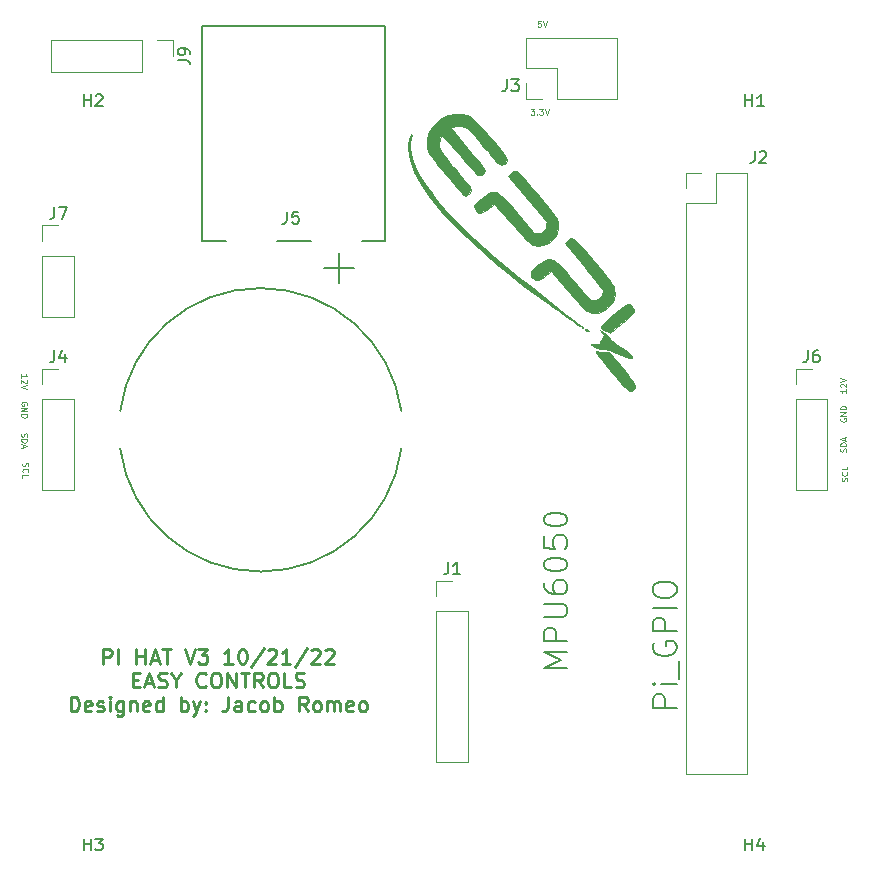
<source format=gbr>
%TF.GenerationSoftware,KiCad,Pcbnew,6.0.8-f2edbf62ab~116~ubuntu22.04.1*%
%TF.CreationDate,2022-11-20T23:03:40-05:00*%
%TF.ProjectId,Pi_HAT_V3,50695f48-4154-45f5-9633-2e6b69636164,rev?*%
%TF.SameCoordinates,Original*%
%TF.FileFunction,Legend,Top*%
%TF.FilePolarity,Positive*%
%FSLAX46Y46*%
G04 Gerber Fmt 4.6, Leading zero omitted, Abs format (unit mm)*
G04 Created by KiCad (PCBNEW 6.0.8-f2edbf62ab~116~ubuntu22.04.1) date 2022-11-20 23:03:40*
%MOMM*%
%LPD*%
G01*
G04 APERTURE LIST*
%ADD10C,0.150000*%
%ADD11C,0.100000*%
%ADD12C,0.250000*%
%ADD13C,0.127000*%
%ADD14C,0.010000*%
%ADD15C,0.120000*%
G04 APERTURE END LIST*
D10*
X139654761Y-120023809D02*
X137654761Y-120023809D01*
X139083333Y-119357142D01*
X137654761Y-118690476D01*
X139654761Y-118690476D01*
X139654761Y-117738095D02*
X137654761Y-117738095D01*
X137654761Y-116976190D01*
X137750000Y-116785714D01*
X137845238Y-116690476D01*
X138035714Y-116595238D01*
X138321428Y-116595238D01*
X138511904Y-116690476D01*
X138607142Y-116785714D01*
X138702380Y-116976190D01*
X138702380Y-117738095D01*
X137654761Y-115738095D02*
X139273809Y-115738095D01*
X139464285Y-115642857D01*
X139559523Y-115547619D01*
X139654761Y-115357142D01*
X139654761Y-114976190D01*
X139559523Y-114785714D01*
X139464285Y-114690476D01*
X139273809Y-114595238D01*
X137654761Y-114595238D01*
X137654761Y-112785714D02*
X137654761Y-113166666D01*
X137750000Y-113357142D01*
X137845238Y-113452380D01*
X138130952Y-113642857D01*
X138511904Y-113738095D01*
X139273809Y-113738095D01*
X139464285Y-113642857D01*
X139559523Y-113547619D01*
X139654761Y-113357142D01*
X139654761Y-112976190D01*
X139559523Y-112785714D01*
X139464285Y-112690476D01*
X139273809Y-112595238D01*
X138797619Y-112595238D01*
X138607142Y-112690476D01*
X138511904Y-112785714D01*
X138416666Y-112976190D01*
X138416666Y-113357142D01*
X138511904Y-113547619D01*
X138607142Y-113642857D01*
X138797619Y-113738095D01*
X137654761Y-111357142D02*
X137654761Y-111166666D01*
X137750000Y-110976190D01*
X137845238Y-110880952D01*
X138035714Y-110785714D01*
X138416666Y-110690476D01*
X138892857Y-110690476D01*
X139273809Y-110785714D01*
X139464285Y-110880952D01*
X139559523Y-110976190D01*
X139654761Y-111166666D01*
X139654761Y-111357142D01*
X139559523Y-111547619D01*
X139464285Y-111642857D01*
X139273809Y-111738095D01*
X138892857Y-111833333D01*
X138416666Y-111833333D01*
X138035714Y-111738095D01*
X137845238Y-111642857D01*
X137750000Y-111547619D01*
X137654761Y-111357142D01*
X137654761Y-108880952D02*
X137654761Y-109833333D01*
X138607142Y-109928571D01*
X138511904Y-109833333D01*
X138416666Y-109642857D01*
X138416666Y-109166666D01*
X138511904Y-108976190D01*
X138607142Y-108880952D01*
X138797619Y-108785714D01*
X139273809Y-108785714D01*
X139464285Y-108880952D01*
X139559523Y-108976190D01*
X139654761Y-109166666D01*
X139654761Y-109642857D01*
X139559523Y-109833333D01*
X139464285Y-109928571D01*
X137654761Y-107547619D02*
X137654761Y-107357142D01*
X137750000Y-107166666D01*
X137845238Y-107071428D01*
X138035714Y-106976190D01*
X138416666Y-106880952D01*
X138892857Y-106880952D01*
X139273809Y-106976190D01*
X139464285Y-107071428D01*
X139559523Y-107166666D01*
X139654761Y-107357142D01*
X139654761Y-107547619D01*
X139559523Y-107738095D01*
X139464285Y-107833333D01*
X139273809Y-107928571D01*
X138892857Y-108023809D01*
X138416666Y-108023809D01*
X138035714Y-107928571D01*
X137845238Y-107833333D01*
X137750000Y-107738095D01*
X137654761Y-107547619D01*
D11*
X136561904Y-72676190D02*
X136871428Y-72676190D01*
X136704761Y-72866666D01*
X136776190Y-72866666D01*
X136823809Y-72890476D01*
X136847619Y-72914285D01*
X136871428Y-72961904D01*
X136871428Y-73080952D01*
X136847619Y-73128571D01*
X136823809Y-73152380D01*
X136776190Y-73176190D01*
X136633333Y-73176190D01*
X136585714Y-73152380D01*
X136561904Y-73128571D01*
X137085714Y-73128571D02*
X137109523Y-73152380D01*
X137085714Y-73176190D01*
X137061904Y-73152380D01*
X137085714Y-73128571D01*
X137085714Y-73176190D01*
X137276190Y-72676190D02*
X137585714Y-72676190D01*
X137419047Y-72866666D01*
X137490476Y-72866666D01*
X137538095Y-72890476D01*
X137561904Y-72914285D01*
X137585714Y-72961904D01*
X137585714Y-73080952D01*
X137561904Y-73128571D01*
X137538095Y-73152380D01*
X137490476Y-73176190D01*
X137347619Y-73176190D01*
X137300000Y-73152380D01*
X137276190Y-73128571D01*
X137728571Y-72676190D02*
X137895238Y-73176190D01*
X138061904Y-72676190D01*
X137404761Y-65226190D02*
X137166666Y-65226190D01*
X137142857Y-65464285D01*
X137166666Y-65440476D01*
X137214285Y-65416666D01*
X137333333Y-65416666D01*
X137380952Y-65440476D01*
X137404761Y-65464285D01*
X137428571Y-65511904D01*
X137428571Y-65630952D01*
X137404761Y-65678571D01*
X137380952Y-65702380D01*
X137333333Y-65726190D01*
X137214285Y-65726190D01*
X137166666Y-65702380D01*
X137142857Y-65678571D01*
X137571428Y-65226190D02*
X137738095Y-65726190D01*
X137904761Y-65226190D01*
X163352380Y-104195238D02*
X163376190Y-104123809D01*
X163376190Y-104004761D01*
X163352380Y-103957142D01*
X163328571Y-103933333D01*
X163280952Y-103909523D01*
X163233333Y-103909523D01*
X163185714Y-103933333D01*
X163161904Y-103957142D01*
X163138095Y-104004761D01*
X163114285Y-104100000D01*
X163090476Y-104147619D01*
X163066666Y-104171428D01*
X163019047Y-104195238D01*
X162971428Y-104195238D01*
X162923809Y-104171428D01*
X162900000Y-104147619D01*
X162876190Y-104100000D01*
X162876190Y-103980952D01*
X162900000Y-103909523D01*
X163328571Y-103409523D02*
X163352380Y-103433333D01*
X163376190Y-103504761D01*
X163376190Y-103552380D01*
X163352380Y-103623809D01*
X163304761Y-103671428D01*
X163257142Y-103695238D01*
X163161904Y-103719047D01*
X163090476Y-103719047D01*
X162995238Y-103695238D01*
X162947619Y-103671428D01*
X162900000Y-103623809D01*
X162876190Y-103552380D01*
X162876190Y-103504761D01*
X162900000Y-103433333D01*
X162923809Y-103409523D01*
X163376190Y-102957142D02*
X163376190Y-103195238D01*
X162876190Y-103195238D01*
X93900000Y-97769047D02*
X93923809Y-97721428D01*
X93923809Y-97650000D01*
X93900000Y-97578571D01*
X93852380Y-97530952D01*
X93804761Y-97507142D01*
X93709523Y-97483333D01*
X93638095Y-97483333D01*
X93542857Y-97507142D01*
X93495238Y-97530952D01*
X93447619Y-97578571D01*
X93423809Y-97650000D01*
X93423809Y-97697619D01*
X93447619Y-97769047D01*
X93471428Y-97792857D01*
X93638095Y-97792857D01*
X93638095Y-97697619D01*
X93423809Y-98007142D02*
X93923809Y-98007142D01*
X93423809Y-98292857D01*
X93923809Y-98292857D01*
X93423809Y-98530952D02*
X93923809Y-98530952D01*
X93923809Y-98650000D01*
X93900000Y-98721428D01*
X93852380Y-98769047D01*
X93804761Y-98792857D01*
X93709523Y-98816666D01*
X93638095Y-98816666D01*
X93542857Y-98792857D01*
X93495238Y-98769047D01*
X93447619Y-98721428D01*
X93423809Y-98650000D01*
X93423809Y-98530952D01*
X163252380Y-101707142D02*
X163276190Y-101635714D01*
X163276190Y-101516666D01*
X163252380Y-101469047D01*
X163228571Y-101445238D01*
X163180952Y-101421428D01*
X163133333Y-101421428D01*
X163085714Y-101445238D01*
X163061904Y-101469047D01*
X163038095Y-101516666D01*
X163014285Y-101611904D01*
X162990476Y-101659523D01*
X162966666Y-101683333D01*
X162919047Y-101707142D01*
X162871428Y-101707142D01*
X162823809Y-101683333D01*
X162800000Y-101659523D01*
X162776190Y-101611904D01*
X162776190Y-101492857D01*
X162800000Y-101421428D01*
X163276190Y-101207142D02*
X162776190Y-101207142D01*
X162776190Y-101088095D01*
X162800000Y-101016666D01*
X162847619Y-100969047D01*
X162895238Y-100945238D01*
X162990476Y-100921428D01*
X163061904Y-100921428D01*
X163157142Y-100945238D01*
X163204761Y-100969047D01*
X163252380Y-101016666D01*
X163276190Y-101088095D01*
X163276190Y-101207142D01*
X163133333Y-100730952D02*
X163133333Y-100492857D01*
X163276190Y-100778571D02*
X162776190Y-100611904D01*
X163276190Y-100445238D01*
X93423809Y-95440476D02*
X93423809Y-95154761D01*
X93423809Y-95297619D02*
X93923809Y-95297619D01*
X93852380Y-95250000D01*
X93804761Y-95202380D01*
X93780952Y-95154761D01*
X93876190Y-95630952D02*
X93900000Y-95654761D01*
X93923809Y-95702380D01*
X93923809Y-95821428D01*
X93900000Y-95869047D01*
X93876190Y-95892857D01*
X93828571Y-95916666D01*
X93780952Y-95916666D01*
X93709523Y-95892857D01*
X93423809Y-95607142D01*
X93423809Y-95916666D01*
X93923809Y-96059523D02*
X93423809Y-96226190D01*
X93923809Y-96392857D01*
X93447619Y-100142857D02*
X93423809Y-100214285D01*
X93423809Y-100333333D01*
X93447619Y-100380952D01*
X93471428Y-100404761D01*
X93519047Y-100428571D01*
X93566666Y-100428571D01*
X93614285Y-100404761D01*
X93638095Y-100380952D01*
X93661904Y-100333333D01*
X93685714Y-100238095D01*
X93709523Y-100190476D01*
X93733333Y-100166666D01*
X93780952Y-100142857D01*
X93828571Y-100142857D01*
X93876190Y-100166666D01*
X93900000Y-100190476D01*
X93923809Y-100238095D01*
X93923809Y-100357142D01*
X93900000Y-100428571D01*
X93423809Y-100642857D02*
X93923809Y-100642857D01*
X93923809Y-100761904D01*
X93900000Y-100833333D01*
X93852380Y-100880952D01*
X93804761Y-100904761D01*
X93709523Y-100928571D01*
X93638095Y-100928571D01*
X93542857Y-100904761D01*
X93495238Y-100880952D01*
X93447619Y-100833333D01*
X93423809Y-100761904D01*
X93423809Y-100642857D01*
X93566666Y-101119047D02*
X93566666Y-101357142D01*
X93423809Y-101071428D02*
X93923809Y-101238095D01*
X93423809Y-101404761D01*
X93547619Y-102654761D02*
X93523809Y-102726190D01*
X93523809Y-102845238D01*
X93547619Y-102892857D01*
X93571428Y-102916666D01*
X93619047Y-102940476D01*
X93666666Y-102940476D01*
X93714285Y-102916666D01*
X93738095Y-102892857D01*
X93761904Y-102845238D01*
X93785714Y-102750000D01*
X93809523Y-102702380D01*
X93833333Y-102678571D01*
X93880952Y-102654761D01*
X93928571Y-102654761D01*
X93976190Y-102678571D01*
X94000000Y-102702380D01*
X94023809Y-102750000D01*
X94023809Y-102869047D01*
X94000000Y-102940476D01*
X93571428Y-103440476D02*
X93547619Y-103416666D01*
X93523809Y-103345238D01*
X93523809Y-103297619D01*
X93547619Y-103226190D01*
X93595238Y-103178571D01*
X93642857Y-103154761D01*
X93738095Y-103130952D01*
X93809523Y-103130952D01*
X93904761Y-103154761D01*
X93952380Y-103178571D01*
X94000000Y-103226190D01*
X94023809Y-103297619D01*
X94023809Y-103345238D01*
X94000000Y-103416666D01*
X93976190Y-103440476D01*
X93523809Y-103892857D02*
X93523809Y-103654761D01*
X94023809Y-103654761D01*
X162800000Y-98880952D02*
X162776190Y-98928571D01*
X162776190Y-99000000D01*
X162800000Y-99071428D01*
X162847619Y-99119047D01*
X162895238Y-99142857D01*
X162990476Y-99166666D01*
X163061904Y-99166666D01*
X163157142Y-99142857D01*
X163204761Y-99119047D01*
X163252380Y-99071428D01*
X163276190Y-99000000D01*
X163276190Y-98952380D01*
X163252380Y-98880952D01*
X163228571Y-98857142D01*
X163061904Y-98857142D01*
X163061904Y-98952380D01*
X163276190Y-98642857D02*
X162776190Y-98642857D01*
X163276190Y-98357142D01*
X162776190Y-98357142D01*
X163276190Y-98119047D02*
X162776190Y-98119047D01*
X162776190Y-98000000D01*
X162800000Y-97928571D01*
X162847619Y-97880952D01*
X162895238Y-97857142D01*
X162990476Y-97833333D01*
X163061904Y-97833333D01*
X163157142Y-97857142D01*
X163204761Y-97880952D01*
X163252380Y-97928571D01*
X163276190Y-98000000D01*
X163276190Y-98119047D01*
X163276190Y-96409523D02*
X163276190Y-96695238D01*
X163276190Y-96552380D02*
X162776190Y-96552380D01*
X162847619Y-96600000D01*
X162895238Y-96647619D01*
X162919047Y-96695238D01*
X162823809Y-96219047D02*
X162800000Y-96195238D01*
X162776190Y-96147619D01*
X162776190Y-96028571D01*
X162800000Y-95980952D01*
X162823809Y-95957142D01*
X162871428Y-95933333D01*
X162919047Y-95933333D01*
X162990476Y-95957142D01*
X163276190Y-96242857D01*
X163276190Y-95933333D01*
X162776190Y-95790476D02*
X163276190Y-95623809D01*
X162776190Y-95457142D01*
D12*
X100367857Y-119652976D02*
X100367857Y-118402976D01*
X100844047Y-118402976D01*
X100963095Y-118462500D01*
X101022619Y-118522023D01*
X101082142Y-118641071D01*
X101082142Y-118819642D01*
X101022619Y-118938690D01*
X100963095Y-118998214D01*
X100844047Y-119057738D01*
X100367857Y-119057738D01*
X101617857Y-119652976D02*
X101617857Y-118402976D01*
X103165476Y-119652976D02*
X103165476Y-118402976D01*
X103165476Y-118998214D02*
X103879761Y-118998214D01*
X103879761Y-119652976D02*
X103879761Y-118402976D01*
X104415476Y-119295833D02*
X105010714Y-119295833D01*
X104296428Y-119652976D02*
X104713095Y-118402976D01*
X105129761Y-119652976D01*
X105367857Y-118402976D02*
X106082142Y-118402976D01*
X105725000Y-119652976D02*
X105725000Y-118402976D01*
X107272619Y-118402976D02*
X107689285Y-119652976D01*
X108105952Y-118402976D01*
X108403571Y-118402976D02*
X109177380Y-118402976D01*
X108760714Y-118879166D01*
X108939285Y-118879166D01*
X109058333Y-118938690D01*
X109117857Y-118998214D01*
X109177380Y-119117261D01*
X109177380Y-119414880D01*
X109117857Y-119533928D01*
X109058333Y-119593452D01*
X108939285Y-119652976D01*
X108582142Y-119652976D01*
X108463095Y-119593452D01*
X108403571Y-119533928D01*
X111320238Y-119652976D02*
X110605952Y-119652976D01*
X110963095Y-119652976D02*
X110963095Y-118402976D01*
X110844047Y-118581547D01*
X110724999Y-118700595D01*
X110605952Y-118760119D01*
X112094047Y-118402976D02*
X112213095Y-118402976D01*
X112332142Y-118462500D01*
X112391666Y-118522023D01*
X112451190Y-118641071D01*
X112510714Y-118879166D01*
X112510714Y-119176785D01*
X112451190Y-119414880D01*
X112391666Y-119533928D01*
X112332142Y-119593452D01*
X112213095Y-119652976D01*
X112094047Y-119652976D01*
X111974999Y-119593452D01*
X111915476Y-119533928D01*
X111855952Y-119414880D01*
X111796428Y-119176785D01*
X111796428Y-118879166D01*
X111855952Y-118641071D01*
X111915476Y-118522023D01*
X111974999Y-118462500D01*
X112094047Y-118402976D01*
X113939285Y-118343452D02*
X112867857Y-119950595D01*
X114296428Y-118522023D02*
X114355952Y-118462500D01*
X114474999Y-118402976D01*
X114772619Y-118402976D01*
X114891666Y-118462500D01*
X114951190Y-118522023D01*
X115010714Y-118641071D01*
X115010714Y-118760119D01*
X114951190Y-118938690D01*
X114236904Y-119652976D01*
X115010714Y-119652976D01*
X116201190Y-119652976D02*
X115486904Y-119652976D01*
X115844047Y-119652976D02*
X115844047Y-118402976D01*
X115724999Y-118581547D01*
X115605952Y-118700595D01*
X115486904Y-118760119D01*
X117629761Y-118343452D02*
X116558333Y-119950595D01*
X117986904Y-118522023D02*
X118046428Y-118462500D01*
X118165476Y-118402976D01*
X118463095Y-118402976D01*
X118582142Y-118462500D01*
X118641666Y-118522023D01*
X118701190Y-118641071D01*
X118701190Y-118760119D01*
X118641666Y-118938690D01*
X117927380Y-119652976D01*
X118701190Y-119652976D01*
X119177380Y-118522023D02*
X119236904Y-118462500D01*
X119355952Y-118402976D01*
X119653571Y-118402976D01*
X119772619Y-118462500D01*
X119832142Y-118522023D01*
X119891666Y-118641071D01*
X119891666Y-118760119D01*
X119832142Y-118938690D01*
X119117857Y-119652976D01*
X119891666Y-119652976D01*
X102897619Y-121010714D02*
X103314285Y-121010714D01*
X103492857Y-121665476D02*
X102897619Y-121665476D01*
X102897619Y-120415476D01*
X103492857Y-120415476D01*
X103969047Y-121308333D02*
X104564285Y-121308333D01*
X103850000Y-121665476D02*
X104266666Y-120415476D01*
X104683333Y-121665476D01*
X105040476Y-121605952D02*
X105219047Y-121665476D01*
X105516666Y-121665476D01*
X105635714Y-121605952D01*
X105695238Y-121546428D01*
X105754761Y-121427380D01*
X105754761Y-121308333D01*
X105695238Y-121189285D01*
X105635714Y-121129761D01*
X105516666Y-121070238D01*
X105278571Y-121010714D01*
X105159523Y-120951190D01*
X105100000Y-120891666D01*
X105040476Y-120772619D01*
X105040476Y-120653571D01*
X105100000Y-120534523D01*
X105159523Y-120475000D01*
X105278571Y-120415476D01*
X105576190Y-120415476D01*
X105754761Y-120475000D01*
X106528571Y-121070238D02*
X106528571Y-121665476D01*
X106111904Y-120415476D02*
X106528571Y-121070238D01*
X106945238Y-120415476D01*
X109028571Y-121546428D02*
X108969047Y-121605952D01*
X108790476Y-121665476D01*
X108671428Y-121665476D01*
X108492857Y-121605952D01*
X108373809Y-121486904D01*
X108314285Y-121367857D01*
X108254761Y-121129761D01*
X108254761Y-120951190D01*
X108314285Y-120713095D01*
X108373809Y-120594047D01*
X108492857Y-120475000D01*
X108671428Y-120415476D01*
X108790476Y-120415476D01*
X108969047Y-120475000D01*
X109028571Y-120534523D01*
X109802380Y-120415476D02*
X110040476Y-120415476D01*
X110159523Y-120475000D01*
X110278571Y-120594047D01*
X110338095Y-120832142D01*
X110338095Y-121248809D01*
X110278571Y-121486904D01*
X110159523Y-121605952D01*
X110040476Y-121665476D01*
X109802380Y-121665476D01*
X109683333Y-121605952D01*
X109564285Y-121486904D01*
X109504761Y-121248809D01*
X109504761Y-120832142D01*
X109564285Y-120594047D01*
X109683333Y-120475000D01*
X109802380Y-120415476D01*
X110873809Y-121665476D02*
X110873809Y-120415476D01*
X111588095Y-121665476D01*
X111588095Y-120415476D01*
X112004761Y-120415476D02*
X112719047Y-120415476D01*
X112361904Y-121665476D02*
X112361904Y-120415476D01*
X113850000Y-121665476D02*
X113433333Y-121070238D01*
X113135714Y-121665476D02*
X113135714Y-120415476D01*
X113611904Y-120415476D01*
X113730952Y-120475000D01*
X113790476Y-120534523D01*
X113850000Y-120653571D01*
X113850000Y-120832142D01*
X113790476Y-120951190D01*
X113730952Y-121010714D01*
X113611904Y-121070238D01*
X113135714Y-121070238D01*
X114623809Y-120415476D02*
X114861904Y-120415476D01*
X114980952Y-120475000D01*
X115100000Y-120594047D01*
X115159523Y-120832142D01*
X115159523Y-121248809D01*
X115100000Y-121486904D01*
X114980952Y-121605952D01*
X114861904Y-121665476D01*
X114623809Y-121665476D01*
X114504761Y-121605952D01*
X114385714Y-121486904D01*
X114326190Y-121248809D01*
X114326190Y-120832142D01*
X114385714Y-120594047D01*
X114504761Y-120475000D01*
X114623809Y-120415476D01*
X116290476Y-121665476D02*
X115695238Y-121665476D01*
X115695238Y-120415476D01*
X116647619Y-121605952D02*
X116826190Y-121665476D01*
X117123809Y-121665476D01*
X117242857Y-121605952D01*
X117302380Y-121546428D01*
X117361904Y-121427380D01*
X117361904Y-121308333D01*
X117302380Y-121189285D01*
X117242857Y-121129761D01*
X117123809Y-121070238D01*
X116885714Y-121010714D01*
X116766666Y-120951190D01*
X116707142Y-120891666D01*
X116647619Y-120772619D01*
X116647619Y-120653571D01*
X116707142Y-120534523D01*
X116766666Y-120475000D01*
X116885714Y-120415476D01*
X117183333Y-120415476D01*
X117361904Y-120475000D01*
X97600000Y-123677976D02*
X97600000Y-122427976D01*
X97897619Y-122427976D01*
X98076190Y-122487500D01*
X98195238Y-122606547D01*
X98254761Y-122725595D01*
X98314285Y-122963690D01*
X98314285Y-123142261D01*
X98254761Y-123380357D01*
X98195238Y-123499404D01*
X98076190Y-123618452D01*
X97897619Y-123677976D01*
X97600000Y-123677976D01*
X99326190Y-123618452D02*
X99207142Y-123677976D01*
X98969047Y-123677976D01*
X98850000Y-123618452D01*
X98790476Y-123499404D01*
X98790476Y-123023214D01*
X98850000Y-122904166D01*
X98969047Y-122844642D01*
X99207142Y-122844642D01*
X99326190Y-122904166D01*
X99385714Y-123023214D01*
X99385714Y-123142261D01*
X98790476Y-123261309D01*
X99861904Y-123618452D02*
X99980952Y-123677976D01*
X100219047Y-123677976D01*
X100338095Y-123618452D01*
X100397619Y-123499404D01*
X100397619Y-123439880D01*
X100338095Y-123320833D01*
X100219047Y-123261309D01*
X100040476Y-123261309D01*
X99921428Y-123201785D01*
X99861904Y-123082738D01*
X99861904Y-123023214D01*
X99921428Y-122904166D01*
X100040476Y-122844642D01*
X100219047Y-122844642D01*
X100338095Y-122904166D01*
X100933333Y-123677976D02*
X100933333Y-122844642D01*
X100933333Y-122427976D02*
X100873809Y-122487500D01*
X100933333Y-122547023D01*
X100992857Y-122487500D01*
X100933333Y-122427976D01*
X100933333Y-122547023D01*
X102064285Y-122844642D02*
X102064285Y-123856547D01*
X102004761Y-123975595D01*
X101945238Y-124035119D01*
X101826190Y-124094642D01*
X101647619Y-124094642D01*
X101528571Y-124035119D01*
X102064285Y-123618452D02*
X101945238Y-123677976D01*
X101707142Y-123677976D01*
X101588095Y-123618452D01*
X101528571Y-123558928D01*
X101469047Y-123439880D01*
X101469047Y-123082738D01*
X101528571Y-122963690D01*
X101588095Y-122904166D01*
X101707142Y-122844642D01*
X101945238Y-122844642D01*
X102064285Y-122904166D01*
X102659523Y-122844642D02*
X102659523Y-123677976D01*
X102659523Y-122963690D02*
X102719047Y-122904166D01*
X102838095Y-122844642D01*
X103016666Y-122844642D01*
X103135714Y-122904166D01*
X103195238Y-123023214D01*
X103195238Y-123677976D01*
X104266666Y-123618452D02*
X104147619Y-123677976D01*
X103909523Y-123677976D01*
X103790476Y-123618452D01*
X103730952Y-123499404D01*
X103730952Y-123023214D01*
X103790476Y-122904166D01*
X103909523Y-122844642D01*
X104147619Y-122844642D01*
X104266666Y-122904166D01*
X104326190Y-123023214D01*
X104326190Y-123142261D01*
X103730952Y-123261309D01*
X105397619Y-123677976D02*
X105397619Y-122427976D01*
X105397619Y-123618452D02*
X105278571Y-123677976D01*
X105040476Y-123677976D01*
X104921428Y-123618452D01*
X104861904Y-123558928D01*
X104802380Y-123439880D01*
X104802380Y-123082738D01*
X104861904Y-122963690D01*
X104921428Y-122904166D01*
X105040476Y-122844642D01*
X105278571Y-122844642D01*
X105397619Y-122904166D01*
X106945238Y-123677976D02*
X106945238Y-122427976D01*
X106945238Y-122904166D02*
X107064285Y-122844642D01*
X107302380Y-122844642D01*
X107421428Y-122904166D01*
X107480952Y-122963690D01*
X107540476Y-123082738D01*
X107540476Y-123439880D01*
X107480952Y-123558928D01*
X107421428Y-123618452D01*
X107302380Y-123677976D01*
X107064285Y-123677976D01*
X106945238Y-123618452D01*
X107957142Y-122844642D02*
X108254761Y-123677976D01*
X108552380Y-122844642D02*
X108254761Y-123677976D01*
X108135714Y-123975595D01*
X108076190Y-124035119D01*
X107957142Y-124094642D01*
X109028571Y-123558928D02*
X109088095Y-123618452D01*
X109028571Y-123677976D01*
X108969047Y-123618452D01*
X109028571Y-123558928D01*
X109028571Y-123677976D01*
X109028571Y-122904166D02*
X109088095Y-122963690D01*
X109028571Y-123023214D01*
X108969047Y-122963690D01*
X109028571Y-122904166D01*
X109028571Y-123023214D01*
X110933333Y-122427976D02*
X110933333Y-123320833D01*
X110873809Y-123499404D01*
X110754761Y-123618452D01*
X110576190Y-123677976D01*
X110457142Y-123677976D01*
X112064285Y-123677976D02*
X112064285Y-123023214D01*
X112004761Y-122904166D01*
X111885714Y-122844642D01*
X111647619Y-122844642D01*
X111528571Y-122904166D01*
X112064285Y-123618452D02*
X111945238Y-123677976D01*
X111647619Y-123677976D01*
X111528571Y-123618452D01*
X111469047Y-123499404D01*
X111469047Y-123380357D01*
X111528571Y-123261309D01*
X111647619Y-123201785D01*
X111945238Y-123201785D01*
X112064285Y-123142261D01*
X113195238Y-123618452D02*
X113076190Y-123677976D01*
X112838095Y-123677976D01*
X112719047Y-123618452D01*
X112659523Y-123558928D01*
X112600000Y-123439880D01*
X112600000Y-123082738D01*
X112659523Y-122963690D01*
X112719047Y-122904166D01*
X112838095Y-122844642D01*
X113076190Y-122844642D01*
X113195238Y-122904166D01*
X113909523Y-123677976D02*
X113790476Y-123618452D01*
X113730952Y-123558928D01*
X113671428Y-123439880D01*
X113671428Y-123082738D01*
X113730952Y-122963690D01*
X113790476Y-122904166D01*
X113909523Y-122844642D01*
X114088095Y-122844642D01*
X114207142Y-122904166D01*
X114266666Y-122963690D01*
X114326190Y-123082738D01*
X114326190Y-123439880D01*
X114266666Y-123558928D01*
X114207142Y-123618452D01*
X114088095Y-123677976D01*
X113909523Y-123677976D01*
X114861904Y-123677976D02*
X114861904Y-122427976D01*
X114861904Y-122904166D02*
X114980952Y-122844642D01*
X115219047Y-122844642D01*
X115338095Y-122904166D01*
X115397619Y-122963690D01*
X115457142Y-123082738D01*
X115457142Y-123439880D01*
X115397619Y-123558928D01*
X115338095Y-123618452D01*
X115219047Y-123677976D01*
X114980952Y-123677976D01*
X114861904Y-123618452D01*
X117659523Y-123677976D02*
X117242857Y-123082738D01*
X116945238Y-123677976D02*
X116945238Y-122427976D01*
X117421428Y-122427976D01*
X117540476Y-122487500D01*
X117600000Y-122547023D01*
X117659523Y-122666071D01*
X117659523Y-122844642D01*
X117600000Y-122963690D01*
X117540476Y-123023214D01*
X117421428Y-123082738D01*
X116945238Y-123082738D01*
X118373809Y-123677976D02*
X118254761Y-123618452D01*
X118195238Y-123558928D01*
X118135714Y-123439880D01*
X118135714Y-123082738D01*
X118195238Y-122963690D01*
X118254761Y-122904166D01*
X118373809Y-122844642D01*
X118552380Y-122844642D01*
X118671428Y-122904166D01*
X118730952Y-122963690D01*
X118790476Y-123082738D01*
X118790476Y-123439880D01*
X118730952Y-123558928D01*
X118671428Y-123618452D01*
X118552380Y-123677976D01*
X118373809Y-123677976D01*
X119326190Y-123677976D02*
X119326190Y-122844642D01*
X119326190Y-122963690D02*
X119385714Y-122904166D01*
X119504761Y-122844642D01*
X119683333Y-122844642D01*
X119802380Y-122904166D01*
X119861904Y-123023214D01*
X119861904Y-123677976D01*
X119861904Y-123023214D02*
X119921428Y-122904166D01*
X120040476Y-122844642D01*
X120219047Y-122844642D01*
X120338095Y-122904166D01*
X120397619Y-123023214D01*
X120397619Y-123677976D01*
X121469047Y-123618452D02*
X121350000Y-123677976D01*
X121111904Y-123677976D01*
X120992857Y-123618452D01*
X120933333Y-123499404D01*
X120933333Y-123023214D01*
X120992857Y-122904166D01*
X121111904Y-122844642D01*
X121350000Y-122844642D01*
X121469047Y-122904166D01*
X121528571Y-123023214D01*
X121528571Y-123142261D01*
X120933333Y-123261309D01*
X122242857Y-123677976D02*
X122123809Y-123618452D01*
X122064285Y-123558928D01*
X122004761Y-123439880D01*
X122004761Y-123082738D01*
X122064285Y-122963690D01*
X122123809Y-122904166D01*
X122242857Y-122844642D01*
X122421428Y-122844642D01*
X122540476Y-122904166D01*
X122600000Y-122963690D01*
X122659523Y-123082738D01*
X122659523Y-123439880D01*
X122600000Y-123558928D01*
X122540476Y-123618452D01*
X122421428Y-123677976D01*
X122242857Y-123677976D01*
D10*
%TO.C,J9*%
X106682380Y-68533333D02*
X107396666Y-68533333D01*
X107539523Y-68580952D01*
X107634761Y-68676190D01*
X107682380Y-68819047D01*
X107682380Y-68914285D01*
X107682380Y-68009523D02*
X107682380Y-67819047D01*
X107634761Y-67723809D01*
X107587142Y-67676190D01*
X107444285Y-67580952D01*
X107253809Y-67533333D01*
X106872857Y-67533333D01*
X106777619Y-67580952D01*
X106730000Y-67628571D01*
X106682380Y-67723809D01*
X106682380Y-67914285D01*
X106730000Y-68009523D01*
X106777619Y-68057142D01*
X106872857Y-68104761D01*
X107110952Y-68104761D01*
X107206190Y-68057142D01*
X107253809Y-68009523D01*
X107301428Y-67914285D01*
X107301428Y-67723809D01*
X107253809Y-67628571D01*
X107206190Y-67580952D01*
X107110952Y-67533333D01*
%TO.C,J3*%
X134541666Y-70177380D02*
X134541666Y-70891666D01*
X134494047Y-71034523D01*
X134398809Y-71129761D01*
X134255952Y-71177380D01*
X134160714Y-71177380D01*
X134922619Y-70177380D02*
X135541666Y-70177380D01*
X135208333Y-70558333D01*
X135351190Y-70558333D01*
X135446428Y-70605952D01*
X135494047Y-70653571D01*
X135541666Y-70748809D01*
X135541666Y-70986904D01*
X135494047Y-71082142D01*
X135446428Y-71129761D01*
X135351190Y-71177380D01*
X135065476Y-71177380D01*
X134970238Y-71129761D01*
X134922619Y-71082142D01*
%TO.C,H1*%
X154738095Y-72452380D02*
X154738095Y-71452380D01*
X154738095Y-71928571D02*
X155309523Y-71928571D01*
X155309523Y-72452380D02*
X155309523Y-71452380D01*
X156309523Y-72452380D02*
X155738095Y-72452380D01*
X156023809Y-72452380D02*
X156023809Y-71452380D01*
X155928571Y-71595238D01*
X155833333Y-71690476D01*
X155738095Y-71738095D01*
%TO.C,H2*%
X98738095Y-72452380D02*
X98738095Y-71452380D01*
X98738095Y-71928571D02*
X99309523Y-71928571D01*
X99309523Y-72452380D02*
X99309523Y-71452380D01*
X99738095Y-71547619D02*
X99785714Y-71500000D01*
X99880952Y-71452380D01*
X100119047Y-71452380D01*
X100214285Y-71500000D01*
X100261904Y-71547619D01*
X100309523Y-71642857D01*
X100309523Y-71738095D01*
X100261904Y-71880952D01*
X99690476Y-72452380D01*
X100309523Y-72452380D01*
%TO.C,H3*%
X98738095Y-135452380D02*
X98738095Y-134452380D01*
X98738095Y-134928571D02*
X99309523Y-134928571D01*
X99309523Y-135452380D02*
X99309523Y-134452380D01*
X99690476Y-134452380D02*
X100309523Y-134452380D01*
X99976190Y-134833333D01*
X100119047Y-134833333D01*
X100214285Y-134880952D01*
X100261904Y-134928571D01*
X100309523Y-135023809D01*
X100309523Y-135261904D01*
X100261904Y-135357142D01*
X100214285Y-135404761D01*
X100119047Y-135452380D01*
X99833333Y-135452380D01*
X99738095Y-135404761D01*
X99690476Y-135357142D01*
%TO.C,J1*%
X129566666Y-111072380D02*
X129566666Y-111786666D01*
X129519047Y-111929523D01*
X129423809Y-112024761D01*
X129280952Y-112072380D01*
X129185714Y-112072380D01*
X130566666Y-112072380D02*
X129995238Y-112072380D01*
X130280952Y-112072380D02*
X130280952Y-111072380D01*
X130185714Y-111215238D01*
X130090476Y-111310476D01*
X129995238Y-111358095D01*
%TO.C,H4*%
X154738095Y-135452380D02*
X154738095Y-134452380D01*
X154738095Y-134928571D02*
X155309523Y-134928571D01*
X155309523Y-135452380D02*
X155309523Y-134452380D01*
X156214285Y-134785714D02*
X156214285Y-135452380D01*
X155976190Y-134404761D02*
X155738095Y-135119047D01*
X156357142Y-135119047D01*
%TO.C,J2*%
X155516666Y-76252380D02*
X155516666Y-76966666D01*
X155469047Y-77109523D01*
X155373809Y-77204761D01*
X155230952Y-77252380D01*
X155135714Y-77252380D01*
X155945238Y-76347619D02*
X155992857Y-76300000D01*
X156088095Y-76252380D01*
X156326190Y-76252380D01*
X156421428Y-76300000D01*
X156469047Y-76347619D01*
X156516666Y-76442857D01*
X156516666Y-76538095D01*
X156469047Y-76680952D01*
X155897619Y-77252380D01*
X156516666Y-77252380D01*
X148904761Y-123385714D02*
X146904761Y-123385714D01*
X146904761Y-122623809D01*
X147000000Y-122433333D01*
X147095238Y-122338095D01*
X147285714Y-122242857D01*
X147571428Y-122242857D01*
X147761904Y-122338095D01*
X147857142Y-122433333D01*
X147952380Y-122623809D01*
X147952380Y-123385714D01*
X148904761Y-121385714D02*
X147571428Y-121385714D01*
X146904761Y-121385714D02*
X147000000Y-121480952D01*
X147095238Y-121385714D01*
X147000000Y-121290476D01*
X146904761Y-121385714D01*
X147095238Y-121385714D01*
X149095238Y-120909523D02*
X149095238Y-119385714D01*
X147000000Y-117861904D02*
X146904761Y-118052380D01*
X146904761Y-118338095D01*
X147000000Y-118623809D01*
X147190476Y-118814285D01*
X147380952Y-118909523D01*
X147761904Y-119004761D01*
X148047619Y-119004761D01*
X148428571Y-118909523D01*
X148619047Y-118814285D01*
X148809523Y-118623809D01*
X148904761Y-118338095D01*
X148904761Y-118147619D01*
X148809523Y-117861904D01*
X148714285Y-117766666D01*
X148047619Y-117766666D01*
X148047619Y-118147619D01*
X148904761Y-116909523D02*
X146904761Y-116909523D01*
X146904761Y-116147619D01*
X147000000Y-115957142D01*
X147095238Y-115861904D01*
X147285714Y-115766666D01*
X147571428Y-115766666D01*
X147761904Y-115861904D01*
X147857142Y-115957142D01*
X147952380Y-116147619D01*
X147952380Y-116909523D01*
X148904761Y-114909523D02*
X146904761Y-114909523D01*
X146904761Y-113576190D02*
X146904761Y-113195238D01*
X147000000Y-113004761D01*
X147190476Y-112814285D01*
X147571428Y-112719047D01*
X148238095Y-112719047D01*
X148619047Y-112814285D01*
X148809523Y-113004761D01*
X148904761Y-113195238D01*
X148904761Y-113576190D01*
X148809523Y-113766666D01*
X148619047Y-113957142D01*
X148238095Y-114052380D01*
X147571428Y-114052380D01*
X147190476Y-113957142D01*
X147000000Y-113766666D01*
X146904761Y-113576190D01*
%TO.C,J4*%
X96216666Y-93122380D02*
X96216666Y-93836666D01*
X96169047Y-93979523D01*
X96073809Y-94074761D01*
X95930952Y-94122380D01*
X95835714Y-94122380D01*
X97121428Y-93455714D02*
X97121428Y-94122380D01*
X96883333Y-93074761D02*
X96645238Y-93789047D01*
X97264285Y-93789047D01*
%TO.C,J5*%
X115916519Y-81386389D02*
X115916519Y-82100990D01*
X115868879Y-82243910D01*
X115773599Y-82339190D01*
X115630679Y-82386830D01*
X115535399Y-82386830D01*
X116869320Y-81386389D02*
X116392920Y-81386389D01*
X116345280Y-81862789D01*
X116392920Y-81815149D01*
X116488200Y-81767509D01*
X116726400Y-81767509D01*
X116821680Y-81815149D01*
X116869320Y-81862789D01*
X116916960Y-81958070D01*
X116916960Y-82196270D01*
X116869320Y-82291550D01*
X116821680Y-82339190D01*
X116726400Y-82386830D01*
X116488200Y-82386830D01*
X116392920Y-82339190D01*
X116345280Y-82291550D01*
%TO.C,J6*%
X160016666Y-93122380D02*
X160016666Y-93836666D01*
X159969047Y-93979523D01*
X159873809Y-94074761D01*
X159730952Y-94122380D01*
X159635714Y-94122380D01*
X160921428Y-93122380D02*
X160730952Y-93122380D01*
X160635714Y-93170000D01*
X160588095Y-93217619D01*
X160492857Y-93360476D01*
X160445238Y-93550952D01*
X160445238Y-93931904D01*
X160492857Y-94027142D01*
X160540476Y-94074761D01*
X160635714Y-94122380D01*
X160826190Y-94122380D01*
X160921428Y-94074761D01*
X160969047Y-94027142D01*
X161016666Y-93931904D01*
X161016666Y-93693809D01*
X160969047Y-93598571D01*
X160921428Y-93550952D01*
X160826190Y-93503333D01*
X160635714Y-93503333D01*
X160540476Y-93550952D01*
X160492857Y-93598571D01*
X160445238Y-93693809D01*
%TO.C,J7*%
X96216666Y-80997380D02*
X96216666Y-81711666D01*
X96169047Y-81854523D01*
X96073809Y-81949761D01*
X95930952Y-81997380D01*
X95835714Y-81997380D01*
X96597619Y-80997380D02*
X97264285Y-80997380D01*
X96835714Y-81997380D01*
D13*
%TO.C,L2*%
X113700001Y-111850001D02*
G75*
G03*
X125600000Y-101450000I7061J12000092D01*
G01*
X101800000Y-101450000D02*
G75*
G03*
X113700001Y-111850000I11866181J1569476D01*
G01*
X113700000Y-87849999D02*
G75*
G03*
X101800000Y-98250000I-58322J-11941440D01*
G01*
X125600000Y-98250000D02*
G75*
G03*
X113700000Y-87850000I-11926784J-1638820D01*
G01*
%TO.C,G\u002A\u002A\u002A*%
G36*
X126470377Y-74917776D02*
G01*
X126428657Y-75095632D01*
X126403129Y-75172809D01*
X126340893Y-75454181D01*
X126314286Y-75795949D01*
X126317584Y-75949068D01*
X126394138Y-76530067D01*
X126556032Y-77116396D01*
X126812875Y-77727683D01*
X127174278Y-78383558D01*
X127649851Y-79103648D01*
X128249205Y-79907583D01*
X128266655Y-79929946D01*
X128812612Y-80605568D01*
X129399254Y-81284323D01*
X130035590Y-81974285D01*
X130730626Y-82683530D01*
X131493369Y-83420131D01*
X132332827Y-84192164D01*
X133258009Y-85007703D01*
X134277919Y-85874823D01*
X135401566Y-86801597D01*
X136637958Y-87796103D01*
X137996103Y-88866413D01*
X139485005Y-90020604D01*
X139751292Y-90225370D01*
X140092081Y-90492036D01*
X140378006Y-90725097D01*
X140585094Y-90904287D01*
X140689378Y-91009341D01*
X140697139Y-91025104D01*
X140671110Y-91070027D01*
X140667954Y-91067084D01*
X140585704Y-91001671D01*
X140389333Y-90856242D01*
X140103191Y-90648245D01*
X139751626Y-90395132D01*
X139358988Y-90114353D01*
X138949624Y-89823361D01*
X138547882Y-89539605D01*
X138178112Y-89280538D01*
X138080923Y-89212926D01*
X136986655Y-88427865D01*
X135843156Y-87560979D01*
X134680763Y-86637682D01*
X133529809Y-85683387D01*
X132420631Y-84723507D01*
X131383565Y-83783454D01*
X130448946Y-82888643D01*
X130039562Y-82476443D01*
X129253527Y-81633934D01*
X128519688Y-80777602D01*
X127872464Y-79948676D01*
X127543518Y-79486746D01*
X127084822Y-78748471D01*
X126705518Y-78001604D01*
X126416475Y-77274621D01*
X126228564Y-76595997D01*
X126152658Y-75994208D01*
X126152926Y-75844187D01*
X126181143Y-75611436D01*
X126241522Y-75344432D01*
X126318561Y-75093837D01*
X126396753Y-74910315D01*
X126458930Y-74844290D01*
X126470377Y-74917776D01*
G37*
D14*
X126470377Y-74917776D02*
X126428657Y-75095632D01*
X126403129Y-75172809D01*
X126340893Y-75454181D01*
X126314286Y-75795949D01*
X126317584Y-75949068D01*
X126394138Y-76530067D01*
X126556032Y-77116396D01*
X126812875Y-77727683D01*
X127174278Y-78383558D01*
X127649851Y-79103648D01*
X128249205Y-79907583D01*
X128266655Y-79929946D01*
X128812612Y-80605568D01*
X129399254Y-81284323D01*
X130035590Y-81974285D01*
X130730626Y-82683530D01*
X131493369Y-83420131D01*
X132332827Y-84192164D01*
X133258009Y-85007703D01*
X134277919Y-85874823D01*
X135401566Y-86801597D01*
X136637958Y-87796103D01*
X137996103Y-88866413D01*
X139485005Y-90020604D01*
X139751292Y-90225370D01*
X140092081Y-90492036D01*
X140378006Y-90725097D01*
X140585094Y-90904287D01*
X140689378Y-91009341D01*
X140697139Y-91025104D01*
X140671110Y-91070027D01*
X140667954Y-91067084D01*
X140585704Y-91001671D01*
X140389333Y-90856242D01*
X140103191Y-90648245D01*
X139751626Y-90395132D01*
X139358988Y-90114353D01*
X138949624Y-89823361D01*
X138547882Y-89539605D01*
X138178112Y-89280538D01*
X138080923Y-89212926D01*
X136986655Y-88427865D01*
X135843156Y-87560979D01*
X134680763Y-86637682D01*
X133529809Y-85683387D01*
X132420631Y-84723507D01*
X131383565Y-83783454D01*
X130448946Y-82888643D01*
X130039562Y-82476443D01*
X129253527Y-81633934D01*
X128519688Y-80777602D01*
X127872464Y-79948676D01*
X127543518Y-79486746D01*
X127084822Y-78748471D01*
X126705518Y-78001604D01*
X126416475Y-77274621D01*
X126228564Y-76595997D01*
X126152658Y-75994208D01*
X126152926Y-75844187D01*
X126181143Y-75611436D01*
X126241522Y-75344432D01*
X126318561Y-75093837D01*
X126396753Y-74910315D01*
X126458930Y-74844290D01*
X126470377Y-74917776D01*
G36*
X130681867Y-73073230D02*
G01*
X131214491Y-73219186D01*
X131473752Y-73355575D01*
X131665614Y-73506466D01*
X131928560Y-73756153D01*
X132244757Y-74083505D01*
X132596369Y-74467387D01*
X132965567Y-74886668D01*
X133334516Y-75320215D01*
X133685383Y-75746896D01*
X134000335Y-76145580D01*
X134261538Y-76495132D01*
X134451161Y-76774421D01*
X134551370Y-76962315D01*
X134562352Y-77015610D01*
X134470032Y-77251449D01*
X134259816Y-77378286D01*
X134057222Y-77392097D01*
X133975204Y-77378585D01*
X133891213Y-77342602D01*
X133789696Y-77268340D01*
X133655095Y-77139992D01*
X133471858Y-76941753D01*
X133224428Y-76657817D01*
X132897252Y-76272376D01*
X132556910Y-75867529D01*
X132147486Y-75381296D01*
X131828750Y-75008380D01*
X131583772Y-74731363D01*
X131395623Y-74532828D01*
X131247368Y-74395357D01*
X131122079Y-74301532D01*
X131002824Y-74233934D01*
X130940582Y-74204712D01*
X130700831Y-74135434D01*
X130421110Y-74108052D01*
X130151765Y-74119968D01*
X129943142Y-74168582D01*
X129845589Y-74251300D01*
X129843884Y-74261296D01*
X129894399Y-74344388D01*
X130040173Y-74538684D01*
X130266903Y-74826276D01*
X130560287Y-75189259D01*
X130906022Y-75609725D01*
X131259372Y-76033517D01*
X131710009Y-76571937D01*
X132060570Y-76997121D01*
X132320366Y-77325100D01*
X132498709Y-77571897D01*
X132604907Y-77753541D01*
X132648271Y-77886059D01*
X132638112Y-77985478D01*
X132583740Y-78067826D01*
X132494465Y-78149128D01*
X132490350Y-78152544D01*
X132384954Y-78237295D01*
X132291302Y-78291351D01*
X132194882Y-78303133D01*
X132081185Y-78261065D01*
X131935698Y-78153571D01*
X131743913Y-77969075D01*
X131491316Y-77695998D01*
X131163399Y-77322765D01*
X130745649Y-76837800D01*
X130535815Y-76593231D01*
X130141669Y-76137136D01*
X129783205Y-75728679D01*
X129475061Y-75384034D01*
X129231880Y-75119370D01*
X129068301Y-74950859D01*
X128998966Y-74894674D01*
X128998339Y-74895010D01*
X128948413Y-74993997D01*
X128878657Y-75195939D01*
X128851457Y-75287820D01*
X128801055Y-75493812D01*
X128782648Y-75680182D01*
X128806685Y-75866406D01*
X128883618Y-76071961D01*
X129023896Y-76316318D01*
X129237970Y-76618953D01*
X129536291Y-76999341D01*
X129929307Y-77476958D01*
X130199442Y-77799855D01*
X130606775Y-78286452D01*
X130917312Y-78661784D01*
X131143811Y-78943711D01*
X131299025Y-79150092D01*
X131395709Y-79298786D01*
X131446617Y-79407654D01*
X131464503Y-79494553D01*
X131462886Y-79569004D01*
X131385692Y-79828229D01*
X131192758Y-79976665D01*
X131057120Y-80016116D01*
X130996696Y-80021736D01*
X130930623Y-80002841D01*
X130844972Y-79944968D01*
X130725813Y-79833650D01*
X130559218Y-79654423D01*
X130331259Y-79392820D01*
X130028004Y-79034378D01*
X129635528Y-78564630D01*
X129482499Y-78380851D01*
X129097706Y-77914920D01*
X128744485Y-77480345D01*
X128438948Y-77097499D01*
X128197208Y-76786757D01*
X128035379Y-76568490D01*
X127973770Y-76473134D01*
X127805648Y-75951707D01*
X127779611Y-75389928D01*
X127892345Y-74834244D01*
X128124894Y-74354396D01*
X128536726Y-73855510D01*
X129023964Y-73470309D01*
X129560981Y-73206434D01*
X130122156Y-73071526D01*
X130681867Y-73073230D01*
G37*
X130681867Y-73073230D02*
X131214491Y-73219186D01*
X131473752Y-73355575D01*
X131665614Y-73506466D01*
X131928560Y-73756153D01*
X132244757Y-74083505D01*
X132596369Y-74467387D01*
X132965567Y-74886668D01*
X133334516Y-75320215D01*
X133685383Y-75746896D01*
X134000335Y-76145580D01*
X134261538Y-76495132D01*
X134451161Y-76774421D01*
X134551370Y-76962315D01*
X134562352Y-77015610D01*
X134470032Y-77251449D01*
X134259816Y-77378286D01*
X134057222Y-77392097D01*
X133975204Y-77378585D01*
X133891213Y-77342602D01*
X133789696Y-77268340D01*
X133655095Y-77139992D01*
X133471858Y-76941753D01*
X133224428Y-76657817D01*
X132897252Y-76272376D01*
X132556910Y-75867529D01*
X132147486Y-75381296D01*
X131828750Y-75008380D01*
X131583772Y-74731363D01*
X131395623Y-74532828D01*
X131247368Y-74395357D01*
X131122079Y-74301532D01*
X131002824Y-74233934D01*
X130940582Y-74204712D01*
X130700831Y-74135434D01*
X130421110Y-74108052D01*
X130151765Y-74119968D01*
X129943142Y-74168582D01*
X129845589Y-74251300D01*
X129843884Y-74261296D01*
X129894399Y-74344388D01*
X130040173Y-74538684D01*
X130266903Y-74826276D01*
X130560287Y-75189259D01*
X130906022Y-75609725D01*
X131259372Y-76033517D01*
X131710009Y-76571937D01*
X132060570Y-76997121D01*
X132320366Y-77325100D01*
X132498709Y-77571897D01*
X132604907Y-77753541D01*
X132648271Y-77886059D01*
X132638112Y-77985478D01*
X132583740Y-78067826D01*
X132494465Y-78149128D01*
X132490350Y-78152544D01*
X132384954Y-78237295D01*
X132291302Y-78291351D01*
X132194882Y-78303133D01*
X132081185Y-78261065D01*
X131935698Y-78153571D01*
X131743913Y-77969075D01*
X131491316Y-77695998D01*
X131163399Y-77322765D01*
X130745649Y-76837800D01*
X130535815Y-76593231D01*
X130141669Y-76137136D01*
X129783205Y-75728679D01*
X129475061Y-75384034D01*
X129231880Y-75119370D01*
X129068301Y-74950859D01*
X128998966Y-74894674D01*
X128998339Y-74895010D01*
X128948413Y-74993997D01*
X128878657Y-75195939D01*
X128851457Y-75287820D01*
X128801055Y-75493812D01*
X128782648Y-75680182D01*
X128806685Y-75866406D01*
X128883618Y-76071961D01*
X129023896Y-76316318D01*
X129237970Y-76618953D01*
X129536291Y-76999341D01*
X129929307Y-77476958D01*
X130199442Y-77799855D01*
X130606775Y-78286452D01*
X130917312Y-78661784D01*
X131143811Y-78943711D01*
X131299025Y-79150092D01*
X131395709Y-79298786D01*
X131446617Y-79407654D01*
X131464503Y-79494553D01*
X131462886Y-79569004D01*
X131385692Y-79828229D01*
X131192758Y-79976665D01*
X131057120Y-80016116D01*
X130996696Y-80021736D01*
X130930623Y-80002841D01*
X130844972Y-79944968D01*
X130725813Y-79833650D01*
X130559218Y-79654423D01*
X130331259Y-79392820D01*
X130028004Y-79034378D01*
X129635528Y-78564630D01*
X129482499Y-78380851D01*
X129097706Y-77914920D01*
X128744485Y-77480345D01*
X128438948Y-77097499D01*
X128197208Y-76786757D01*
X128035379Y-76568490D01*
X127973770Y-76473134D01*
X127805648Y-75951707D01*
X127779611Y-75389928D01*
X127892345Y-74834244D01*
X128124894Y-74354396D01*
X128536726Y-73855510D01*
X129023964Y-73470309D01*
X129560981Y-73206434D01*
X130122156Y-73071526D01*
X130681867Y-73073230D01*
G36*
X135386570Y-77927242D02*
G01*
X135489618Y-78011314D01*
X135681459Y-78207629D01*
X135945216Y-78496113D01*
X136264014Y-78856690D01*
X136620980Y-79269287D01*
X136999238Y-79713826D01*
X137381913Y-80170233D01*
X137752130Y-80618434D01*
X138093015Y-81038352D01*
X138387693Y-81409912D01*
X138619287Y-81713040D01*
X138770925Y-81927659D01*
X138818599Y-82010146D01*
X138906222Y-82364359D01*
X138905480Y-82775534D01*
X138817280Y-83156740D01*
X138806357Y-83183612D01*
X138585578Y-83543630D01*
X138266874Y-83860828D01*
X137894749Y-84103605D01*
X137513705Y-84240356D01*
X137293271Y-84258077D01*
X137070256Y-84245110D01*
X136884609Y-84222821D01*
X136718602Y-84177188D01*
X136554503Y-84094179D01*
X136374584Y-83959770D01*
X136161114Y-83759933D01*
X135896364Y-83480641D01*
X135562603Y-83107867D01*
X135142103Y-82627585D01*
X134941449Y-82397415D01*
X133466819Y-80705878D01*
X132901988Y-81124565D01*
X132578233Y-81351371D01*
X132346979Y-81470461D01*
X132174853Y-81487389D01*
X132028487Y-81407707D01*
X131916156Y-81288629D01*
X131796737Y-81091139D01*
X131751947Y-80956688D01*
X131757322Y-80859986D01*
X131821943Y-80747782D01*
X131968075Y-80594096D01*
X132217982Y-80372948D01*
X132341951Y-80268198D01*
X132650061Y-80016694D01*
X132871954Y-79858055D01*
X133045643Y-79770073D01*
X133209139Y-79730540D01*
X133273733Y-79723819D01*
X133454548Y-79718117D01*
X133619679Y-79740936D01*
X133785250Y-79805879D01*
X133967382Y-79926547D01*
X134182198Y-80116544D01*
X134445820Y-80389469D01*
X134774371Y-80758926D01*
X135183973Y-81238515D01*
X135465138Y-81572626D01*
X136802716Y-83166689D01*
X137095496Y-83192303D01*
X137417460Y-83148725D01*
X137621179Y-83022492D01*
X137824215Y-82761930D01*
X137879694Y-82534284D01*
X137905309Y-82241503D01*
X134635000Y-78344101D01*
X134924581Y-78101114D01*
X135142921Y-77945881D01*
X135306726Y-77907205D01*
X135386570Y-77927242D01*
G37*
X135386570Y-77927242D02*
X135489618Y-78011314D01*
X135681459Y-78207629D01*
X135945216Y-78496113D01*
X136264014Y-78856690D01*
X136620980Y-79269287D01*
X136999238Y-79713826D01*
X137381913Y-80170233D01*
X137752130Y-80618434D01*
X138093015Y-81038352D01*
X138387693Y-81409912D01*
X138619287Y-81713040D01*
X138770925Y-81927659D01*
X138818599Y-82010146D01*
X138906222Y-82364359D01*
X138905480Y-82775534D01*
X138817280Y-83156740D01*
X138806357Y-83183612D01*
X138585578Y-83543630D01*
X138266874Y-83860828D01*
X137894749Y-84103605D01*
X137513705Y-84240356D01*
X137293271Y-84258077D01*
X137070256Y-84245110D01*
X136884609Y-84222821D01*
X136718602Y-84177188D01*
X136554503Y-84094179D01*
X136374584Y-83959770D01*
X136161114Y-83759933D01*
X135896364Y-83480641D01*
X135562603Y-83107867D01*
X135142103Y-82627585D01*
X134941449Y-82397415D01*
X133466819Y-80705878D01*
X132901988Y-81124565D01*
X132578233Y-81351371D01*
X132346979Y-81470461D01*
X132174853Y-81487389D01*
X132028487Y-81407707D01*
X131916156Y-81288629D01*
X131796737Y-81091139D01*
X131751947Y-80956688D01*
X131757322Y-80859986D01*
X131821943Y-80747782D01*
X131968075Y-80594096D01*
X132217982Y-80372948D01*
X132341951Y-80268198D01*
X132650061Y-80016694D01*
X132871954Y-79858055D01*
X133045643Y-79770073D01*
X133209139Y-79730540D01*
X133273733Y-79723819D01*
X133454548Y-79718117D01*
X133619679Y-79740936D01*
X133785250Y-79805879D01*
X133967382Y-79926547D01*
X134182198Y-80116544D01*
X134445820Y-80389469D01*
X134774371Y-80758926D01*
X135183973Y-81238515D01*
X135465138Y-81572626D01*
X136802716Y-83166689D01*
X137095496Y-83192303D01*
X137417460Y-83148725D01*
X137621179Y-83022492D01*
X137824215Y-82761930D01*
X137879694Y-82534284D01*
X137905309Y-82241503D01*
X134635000Y-78344101D01*
X134924581Y-78101114D01*
X135142921Y-77945881D01*
X135306726Y-77907205D01*
X135386570Y-77927242D01*
G36*
X140151863Y-83654607D02*
G01*
X140302483Y-83755622D01*
X140494538Y-83932165D01*
X140741665Y-84195189D01*
X141057499Y-84555646D01*
X141455673Y-85024489D01*
X141920295Y-85577480D01*
X142383389Y-86130461D01*
X142749508Y-86571350D01*
X143031272Y-86917140D01*
X143241295Y-87184823D01*
X143392201Y-87391393D01*
X143496605Y-87553844D01*
X143567128Y-87689166D01*
X143616386Y-87814355D01*
X143642495Y-87896722D01*
X143711807Y-88340027D01*
X143634480Y-88746653D01*
X143402897Y-89139652D01*
X143137437Y-89426106D01*
X142685744Y-89771881D01*
X142238316Y-89948928D01*
X141793380Y-89957742D01*
X141520176Y-89879817D01*
X141401552Y-89827729D01*
X141287858Y-89762310D01*
X141163118Y-89667669D01*
X141011353Y-89527910D01*
X140816590Y-89327141D01*
X140562851Y-89049468D01*
X140234160Y-88678998D01*
X139814541Y-88199839D01*
X139703434Y-88072528D01*
X138256015Y-86413420D01*
X137754982Y-86800861D01*
X137401018Y-87046737D01*
X137128674Y-87164585D01*
X136914198Y-87158932D01*
X136733836Y-87034299D01*
X136704354Y-87001004D01*
X136586236Y-86789262D01*
X136546463Y-86625627D01*
X136556833Y-86512620D01*
X136620079Y-86395209D01*
X136760442Y-86243945D01*
X137002164Y-86029370D01*
X137117151Y-85932223D01*
X137419496Y-85686881D01*
X137637886Y-85535457D01*
X137811278Y-85455396D01*
X137978630Y-85424143D01*
X137997055Y-85422800D01*
X138195252Y-85417316D01*
X138371926Y-85437955D01*
X138543788Y-85498427D01*
X138727546Y-85612442D01*
X138939908Y-85793712D01*
X139197582Y-86055945D01*
X139517278Y-86412851D01*
X139915705Y-86878143D01*
X140239902Y-87263173D01*
X140659418Y-87761966D01*
X140985633Y-88145746D01*
X141233413Y-88429786D01*
X141417621Y-88629356D01*
X141553126Y-88759726D01*
X141654791Y-88836168D01*
X141737482Y-88873953D01*
X141816064Y-88888352D01*
X141822493Y-88888940D01*
X142078636Y-88869069D01*
X142257836Y-88812475D01*
X142439858Y-88664361D01*
X142599274Y-88440558D01*
X142691429Y-88211809D01*
X142698029Y-88115067D01*
X142643001Y-88023455D01*
X142493788Y-87817957D01*
X142263596Y-87515610D01*
X141965626Y-87133452D01*
X141613085Y-86688521D01*
X141219176Y-86197857D01*
X141056877Y-85997396D01*
X139429414Y-83992003D01*
X139691063Y-83786779D01*
X139812282Y-83695206D01*
X139920398Y-83635352D01*
X140029047Y-83618168D01*
X140151863Y-83654607D01*
G37*
X140151863Y-83654607D02*
X140302483Y-83755622D01*
X140494538Y-83932165D01*
X140741665Y-84195189D01*
X141057499Y-84555646D01*
X141455673Y-85024489D01*
X141920295Y-85577480D01*
X142383389Y-86130461D01*
X142749508Y-86571350D01*
X143031272Y-86917140D01*
X143241295Y-87184823D01*
X143392201Y-87391393D01*
X143496605Y-87553844D01*
X143567128Y-87689166D01*
X143616386Y-87814355D01*
X143642495Y-87896722D01*
X143711807Y-88340027D01*
X143634480Y-88746653D01*
X143402897Y-89139652D01*
X143137437Y-89426106D01*
X142685744Y-89771881D01*
X142238316Y-89948928D01*
X141793380Y-89957742D01*
X141520176Y-89879817D01*
X141401552Y-89827729D01*
X141287858Y-89762310D01*
X141163118Y-89667669D01*
X141011353Y-89527910D01*
X140816590Y-89327141D01*
X140562851Y-89049468D01*
X140234160Y-88678998D01*
X139814541Y-88199839D01*
X139703434Y-88072528D01*
X138256015Y-86413420D01*
X137754982Y-86800861D01*
X137401018Y-87046737D01*
X137128674Y-87164585D01*
X136914198Y-87158932D01*
X136733836Y-87034299D01*
X136704354Y-87001004D01*
X136586236Y-86789262D01*
X136546463Y-86625627D01*
X136556833Y-86512620D01*
X136620079Y-86395209D01*
X136760442Y-86243945D01*
X137002164Y-86029370D01*
X137117151Y-85932223D01*
X137419496Y-85686881D01*
X137637886Y-85535457D01*
X137811278Y-85455396D01*
X137978630Y-85424143D01*
X137997055Y-85422800D01*
X138195252Y-85417316D01*
X138371926Y-85437955D01*
X138543788Y-85498427D01*
X138727546Y-85612442D01*
X138939908Y-85793712D01*
X139197582Y-86055945D01*
X139517278Y-86412851D01*
X139915705Y-86878143D01*
X140239902Y-87263173D01*
X140659418Y-87761966D01*
X140985633Y-88145746D01*
X141233413Y-88429786D01*
X141417621Y-88629356D01*
X141553126Y-88759726D01*
X141654791Y-88836168D01*
X141737482Y-88873953D01*
X141816064Y-88888352D01*
X141822493Y-88888940D01*
X142078636Y-88869069D01*
X142257836Y-88812475D01*
X142439858Y-88664361D01*
X142599274Y-88440558D01*
X142691429Y-88211809D01*
X142698029Y-88115067D01*
X142643001Y-88023455D01*
X142493788Y-87817957D01*
X142263596Y-87515610D01*
X141965626Y-87133452D01*
X141613085Y-86688521D01*
X141219176Y-86197857D01*
X141056877Y-85997396D01*
X139429414Y-83992003D01*
X139691063Y-83786779D01*
X139812282Y-83695206D01*
X139920398Y-83635352D01*
X140029047Y-83618168D01*
X140151863Y-83654607D01*
G36*
X142364195Y-93218263D02*
G01*
X142628288Y-93230183D01*
X143170561Y-93258232D01*
X144253941Y-94549355D01*
X144666847Y-95046356D01*
X144976204Y-95434635D01*
X145190918Y-95732071D01*
X145319893Y-95956545D01*
X145372035Y-96125934D01*
X145356250Y-96258119D01*
X145281443Y-96370978D01*
X145199376Y-96447512D01*
X145092549Y-96529683D01*
X144993842Y-96573098D01*
X144887696Y-96565296D01*
X144758550Y-96493821D01*
X144590841Y-96346212D01*
X144369012Y-96110013D01*
X144077501Y-95772763D01*
X143700748Y-95322006D01*
X143517662Y-95101052D01*
X143158180Y-94664516D01*
X142829644Y-94261229D01*
X142549512Y-93912970D01*
X142335246Y-93641518D01*
X142204305Y-93468657D01*
X142177505Y-93429307D01*
X142093544Y-93279630D01*
X142070439Y-93215205D01*
X142155993Y-93212501D01*
X142364195Y-93218263D01*
G37*
X142364195Y-93218263D02*
X142628288Y-93230183D01*
X143170561Y-93258232D01*
X144253941Y-94549355D01*
X144666847Y-95046356D01*
X144976204Y-95434635D01*
X145190918Y-95732071D01*
X145319893Y-95956545D01*
X145372035Y-96125934D01*
X145356250Y-96258119D01*
X145281443Y-96370978D01*
X145199376Y-96447512D01*
X145092549Y-96529683D01*
X144993842Y-96573098D01*
X144887696Y-96565296D01*
X144758550Y-96493821D01*
X144590841Y-96346212D01*
X144369012Y-96110013D01*
X144077501Y-95772763D01*
X143700748Y-95322006D01*
X143517662Y-95101052D01*
X143158180Y-94664516D01*
X142829644Y-94261229D01*
X142549512Y-93912970D01*
X142335246Y-93641518D01*
X142204305Y-93468657D01*
X142177505Y-93429307D01*
X142093544Y-93279630D01*
X142070439Y-93215205D01*
X142155993Y-93212501D01*
X142364195Y-93218263D01*
G36*
X142713515Y-91569702D02*
G01*
X143050184Y-91828631D01*
X143196105Y-92021340D01*
X143349000Y-92217249D01*
X143572662Y-92414065D01*
X143901955Y-92640700D01*
X144067449Y-92743970D01*
X144427999Y-92981856D01*
X144736052Y-93217145D01*
X144973806Y-93431854D01*
X145123457Y-93607996D01*
X145167205Y-93727586D01*
X145087247Y-93772640D01*
X145085671Y-93772654D01*
X144912949Y-93740443D01*
X144655581Y-93656706D01*
X144472038Y-93583242D01*
X144197735Y-93471848D01*
X143965700Y-93390135D01*
X143868474Y-93364341D01*
X143689474Y-93303328D01*
X143458633Y-93189692D01*
X143415624Y-93164997D01*
X143141901Y-93059466D01*
X142809995Y-93005404D01*
X142706766Y-93003094D01*
X142422800Y-92994688D01*
X142193645Y-92939807D01*
X141947450Y-92815268D01*
X141763775Y-92698854D01*
X141668801Y-92628746D01*
X141679865Y-92596845D01*
X141820243Y-92594104D01*
X142006312Y-92604588D01*
X142267889Y-92608497D01*
X142393159Y-92571963D01*
X142414299Y-92500134D01*
X142457617Y-92350821D01*
X142574361Y-92202690D01*
X142717107Y-92025601D01*
X142721407Y-91852960D01*
X142587913Y-91633645D01*
X142581698Y-91625700D01*
X142424714Y-91425852D01*
X142713515Y-91569702D01*
G37*
X142713515Y-91569702D02*
X143050184Y-91828631D01*
X143196105Y-92021340D01*
X143349000Y-92217249D01*
X143572662Y-92414065D01*
X143901955Y-92640700D01*
X144067449Y-92743970D01*
X144427999Y-92981856D01*
X144736052Y-93217145D01*
X144973806Y-93431854D01*
X145123457Y-93607996D01*
X145167205Y-93727586D01*
X145087247Y-93772640D01*
X145085671Y-93772654D01*
X144912949Y-93740443D01*
X144655581Y-93656706D01*
X144472038Y-93583242D01*
X144197735Y-93471848D01*
X143965700Y-93390135D01*
X143868474Y-93364341D01*
X143689474Y-93303328D01*
X143458633Y-93189692D01*
X143415624Y-93164997D01*
X143141901Y-93059466D01*
X142809995Y-93005404D01*
X142706766Y-93003094D01*
X142422800Y-92994688D01*
X142193645Y-92939807D01*
X141947450Y-92815268D01*
X141763775Y-92698854D01*
X141668801Y-92628746D01*
X141679865Y-92596845D01*
X141820243Y-92594104D01*
X142006312Y-92604588D01*
X142267889Y-92608497D01*
X142393159Y-92571963D01*
X142414299Y-92500134D01*
X142457617Y-92350821D01*
X142574361Y-92202690D01*
X142717107Y-92025601D01*
X142721407Y-91852960D01*
X142587913Y-91633645D01*
X142581698Y-91625700D01*
X142424714Y-91425852D01*
X142713515Y-91569702D01*
G36*
X140880804Y-91098017D02*
G01*
X140973592Y-91192896D01*
X140979994Y-91226626D01*
X140934284Y-91232018D01*
X140874499Y-91170083D01*
X140832267Y-91087586D01*
X140880804Y-91098017D01*
G37*
X140880804Y-91098017D02*
X140973592Y-91192896D01*
X140979994Y-91226626D01*
X140934284Y-91232018D01*
X140874499Y-91170083D01*
X140832267Y-91087586D01*
X140880804Y-91098017D01*
G36*
X141221321Y-91330373D02*
G01*
X141385342Y-91427069D01*
X141451016Y-91492864D01*
X141397813Y-91503294D01*
X141357378Y-91492519D01*
X141187423Y-91399187D01*
X141134804Y-91347708D01*
X141120777Y-91293384D01*
X141221321Y-91330373D01*
G37*
X141221321Y-91330373D02*
X141385342Y-91427069D01*
X141451016Y-91492864D01*
X141397813Y-91503294D01*
X141357378Y-91492519D01*
X141187423Y-91399187D01*
X141134804Y-91347708D01*
X141120777Y-91293384D01*
X141221321Y-91330373D01*
G36*
X144910446Y-89227542D02*
G01*
X145032102Y-89300906D01*
X145144526Y-89419969D01*
X145250061Y-89564979D01*
X145294710Y-89699078D01*
X145266004Y-89842163D01*
X145151466Y-90014128D01*
X144938628Y-90234868D01*
X144615016Y-90524279D01*
X144267419Y-90819096D01*
X143267616Y-91658030D01*
X142995569Y-91517474D01*
X142698100Y-91357399D01*
X142529687Y-91244635D01*
X142465268Y-91156334D01*
X142479778Y-91069655D01*
X142487686Y-91054527D01*
X142574575Y-90958186D01*
X142768012Y-90775903D01*
X143043869Y-90529426D01*
X143378016Y-90240501D01*
X143586352Y-90064285D01*
X144018084Y-89706908D01*
X144344918Y-89453411D01*
X144588296Y-89294928D01*
X144769657Y-89222594D01*
X144910446Y-89227542D01*
G37*
X144910446Y-89227542D02*
X145032102Y-89300906D01*
X145144526Y-89419969D01*
X145250061Y-89564979D01*
X145294710Y-89699078D01*
X145266004Y-89842163D01*
X145151466Y-90014128D01*
X144938628Y-90234868D01*
X144615016Y-90524279D01*
X144267419Y-90819096D01*
X143267616Y-91658030D01*
X142995569Y-91517474D01*
X142698100Y-91357399D01*
X142529687Y-91244635D01*
X142465268Y-91156334D01*
X142479778Y-91069655D01*
X142487686Y-91054527D01*
X142574575Y-90958186D01*
X142768012Y-90775903D01*
X143043869Y-90529426D01*
X143378016Y-90240501D01*
X143586352Y-90064285D01*
X144018084Y-89706908D01*
X144344918Y-89453411D01*
X144588296Y-89294928D01*
X144769657Y-89222594D01*
X144910446Y-89227542D01*
D15*
%TO.C,J9*%
X103630000Y-69530000D02*
X95950000Y-69530000D01*
X104900000Y-66870000D02*
X106230000Y-66870000D01*
X95950000Y-66870000D02*
X95950000Y-69530000D01*
X103630000Y-66870000D02*
X103630000Y-69530000D01*
X106230000Y-66870000D02*
X106230000Y-68200000D01*
X103630000Y-66870000D02*
X95950000Y-66870000D01*
%TO.C,J3*%
X136145000Y-66655000D02*
X143885000Y-66655000D01*
X137475000Y-71855000D02*
X136145000Y-71855000D01*
X138745000Y-69255000D02*
X136145000Y-69255000D01*
X138745000Y-71855000D02*
X138745000Y-69255000D01*
X136145000Y-71855000D02*
X136145000Y-70525000D01*
X136145000Y-69255000D02*
X136145000Y-66655000D01*
X143885000Y-71855000D02*
X143885000Y-66655000D01*
X138745000Y-71855000D02*
X143885000Y-71855000D01*
%TO.C,J1*%
X128570000Y-115220000D02*
X128570000Y-127980000D01*
X131230000Y-115220000D02*
X131230000Y-127980000D01*
X128570000Y-127980000D02*
X131230000Y-127980000D01*
X128570000Y-112620000D02*
X129900000Y-112620000D01*
X128570000Y-113950000D02*
X128570000Y-112620000D01*
X128570000Y-115220000D02*
X131230000Y-115220000D01*
%TO.C,J2*%
X152270000Y-80670000D02*
X152270000Y-78070000D01*
X154870000Y-78070000D02*
X154870000Y-128990000D01*
X152270000Y-78070000D02*
X154870000Y-78070000D01*
X149670000Y-78070000D02*
X151000000Y-78070000D01*
X149670000Y-80670000D02*
X149670000Y-128990000D01*
X149670000Y-80670000D02*
X152270000Y-80670000D01*
X149670000Y-79400000D02*
X149670000Y-78070000D01*
X149670000Y-128990000D02*
X154870000Y-128990000D01*
%TO.C,J4*%
X95220000Y-96000000D02*
X95220000Y-94670000D01*
X95220000Y-97270000D02*
X95220000Y-104950000D01*
X95220000Y-94670000D02*
X96550000Y-94670000D01*
X95220000Y-97270000D02*
X97880000Y-97270000D01*
X97880000Y-97270000D02*
X97880000Y-104950000D01*
X95220000Y-104950000D02*
X97880000Y-104950000D01*
D13*
%TO.C,J5*%
X120310000Y-86160000D02*
X120310000Y-87430000D01*
X108750000Y-65650000D02*
X108750000Y-83850000D01*
X115078000Y-83850000D02*
X117922000Y-83850000D01*
X124250000Y-83850000D02*
X124250000Y-65650000D01*
X108750000Y-83850000D02*
X110722000Y-83850000D01*
X124250000Y-83850000D02*
X122278000Y-83850000D01*
X120310000Y-86160000D02*
X120310000Y-84890000D01*
X124250000Y-65650000D02*
X108750000Y-65650000D01*
X119040000Y-86160000D02*
X120310000Y-86160000D01*
X121580000Y-86160000D02*
X120310000Y-86160000D01*
D15*
%TO.C,J6*%
X161680000Y-97270000D02*
X161680000Y-104950000D01*
X159020000Y-104950000D02*
X161680000Y-104950000D01*
X159020000Y-96000000D02*
X159020000Y-94670000D01*
X159020000Y-97270000D02*
X161680000Y-97270000D01*
X159020000Y-94670000D02*
X160350000Y-94670000D01*
X159020000Y-97270000D02*
X159020000Y-104950000D01*
%TO.C,J7*%
X95220000Y-82545000D02*
X96550000Y-82545000D01*
X95220000Y-83875000D02*
X95220000Y-82545000D01*
X95220000Y-85145000D02*
X95220000Y-90285000D01*
X95220000Y-85145000D02*
X97880000Y-85145000D01*
X95220000Y-90285000D02*
X97880000Y-90285000D01*
X97880000Y-85145000D02*
X97880000Y-90285000D01*
%TD*%
M02*

</source>
